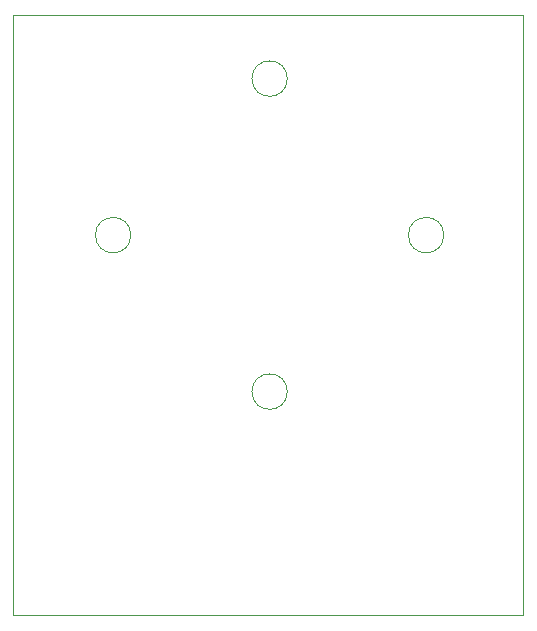
<source format=gm1>
G04 #@! TF.GenerationSoftware,KiCad,Pcbnew,(6.0.5)*
G04 #@! TF.CreationDate,2022-12-29T12:01:20-08:00*
G04 #@! TF.ProjectId,micro-motor-proto-02,6d696372-6f2d-46d6-9f74-6f722d70726f,rev?*
G04 #@! TF.SameCoordinates,Original*
G04 #@! TF.FileFunction,Profile,NP*
%FSLAX46Y46*%
G04 Gerber Fmt 4.6, Leading zero omitted, Abs format (unit mm)*
G04 Created by KiCad (PCBNEW (6.0.5)) date 2022-12-29 12:01:20*
%MOMM*%
%LPD*%
G01*
G04 APERTURE LIST*
G04 #@! TA.AperFunction,Profile*
%ADD10C,0.100000*%
G04 #@! TD*
G04 APERTURE END LIST*
D10*
X62290000Y-50419000D02*
G75*
G03*
X62290000Y-50419000I-1499999J0D01*
G01*
X49040001Y-63669001D02*
G75*
G03*
X49040001Y-63669001I-1500000J0D01*
G01*
X35790000Y-50419000D02*
G75*
G03*
X35790000Y-50419000I-1500000J0D01*
G01*
X25844500Y-31813500D02*
X69024500Y-31813500D01*
X69024500Y-31813500D02*
X69024500Y-82613500D01*
X69024500Y-82613500D02*
X25844500Y-82613500D01*
X25844500Y-82613500D02*
X25844500Y-31813500D01*
X49040001Y-37169000D02*
G75*
G03*
X49040001Y-37169000I-1500000J0D01*
G01*
M02*

</source>
